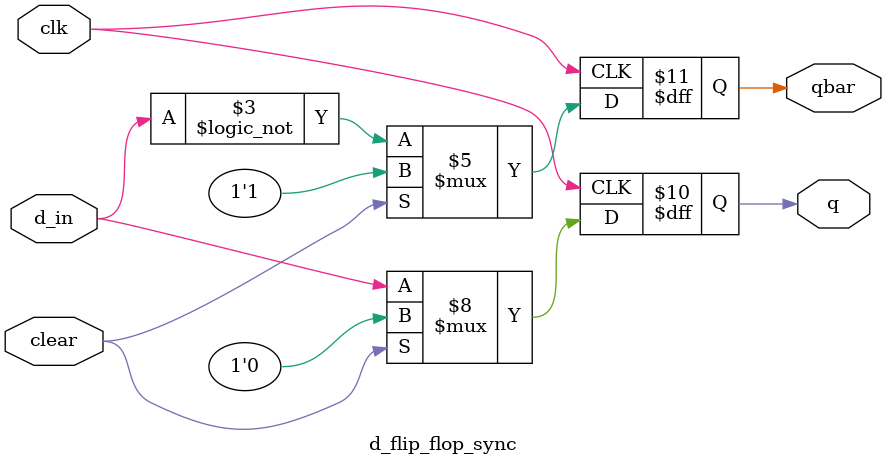
<source format=v>
module d_flip_flop_sync(d_in,clk,clear,q,qbar); 
input d_in, clk, clear; 
output reg q, qbar; 
always@(posedge clk) 
begin
if(clear== 1)
begin
q<=0;
qbar <= 1;
end
else 
begin
q<=d_in; 
qbar=!d_in;
end 
end 
endmodule

</source>
